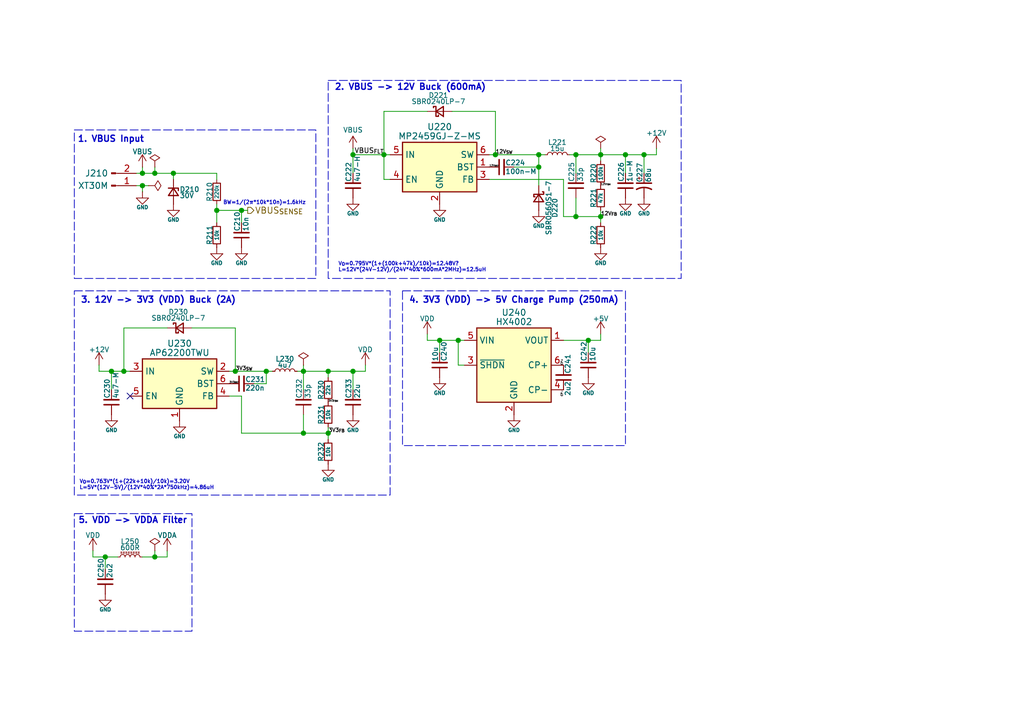
<source format=kicad_sch>
(kicad_sch (version 20250114) (generator "eeschema") (generator_version "9.0")
  (paper "A5")
  (lib_symbols
    (symbol "Bluesat:C_CompactH" (pin_numbers (hide yes)) (pin_names (offset 0.254) (hide yes))
      (property "Reference" "C" (at 0.762 0.889 0))
      (property "Value" "C_CompactH" (at -0.762 0.889 0))
      (symbol "C_CompactH_0_1"
        (polyline (pts (xy -0.508 -1.524) (xy -0.508 1.524)) (stroke (width 0.3048)))
        (polyline (pts (xy 0.508 -1.524) (xy 0.508 1.524)) (stroke (width 0.3302)))
      )
      (symbol "C_CompactH_1_1"
        (pin passive line (at -2.54 0 0) (length 2.032) (name "~") (number "1"))
        (pin passive line (at 2.54 0 180) (length 2.032) (name "~") (number "2"))
      )
    )
    (symbol "Bluesat:C_CompactV" (pin_numbers (hide yes)) (pin_names (offset 0.254) (hide yes))
      (property "Reference" "C" (at 0.889 0.762 90))
      (property "Value" "C_CompactV" (at -0.889 0.762 90))
      (symbol "C_CompactV_0_1"
        (polyline (pts (xy -1.524 0.508) (xy 1.524 0.508)) (stroke (width 0.3302)))
        (polyline (pts (xy -1.524 -0.508) (xy 1.524 -0.508)) (stroke (width 0.3048)))
      )
      (symbol "C_CompactV_1_1"
        (pin passive line (at 0 2.54 270) (length 2.032) (name "~") (number "2"))
        (pin passive line (at 0 -2.54 90) (length 2.032) (name "~") (number "1"))
      )
    )
    (symbol "Bluesat:MP2459GJ-Z-MS"
      (property "Reference" "U" (at -7.62 6.35 0))
      (property "Value" "MP2459GJ-Z-MS" (at 2.54 6.35 0))
      (symbol "MP2459GJ-Z-MS_0_1"
        (rectangle (start -7.62 5.08) (end 7.62 -5.08) (stroke (width 0.254)) (fill (type background)))
      )
      (symbol "MP2459GJ-Z-MS_1_1"
        (pin power_in line (at -10.16 2.54 0) (length 2.54) (name "IN") (number "5"))
        (pin passive line (at -10.16 -2.54 0) (length 2.54) (name "EN") (number "4"))
        (pin power_in line (at 0 -7.62 90) (length 2.54) (name "GND") (number "2"))
        (pin output line (at 10.16 2.54 180) (length 2.54) (name "SW") (number "6"))
        (pin passive line (at 10.16 0 180) (length 2.54) (name "BST") (number "1"))
        (pin input line (at 10.16 -2.54 180) (length 2.54) (name "FB") (number "3"))
      )
    )
    (symbol "Bluesat:R_CompactV" (pin_numbers (hide yes)) (pin_names (offset 0.254) (hide yes))
      (property "Reference" "R" (at -0.889 0 90))
      (property "Value" "R_CompactV" (at 0 0 90))
      (symbol "R_CompactV_0_1"
        (rectangle (start -0.762 1.778) (end 0.762 -1.778) (stroke (width 0.2032)))
      )
      (symbol "R_CompactV_1_1"
        (pin passive line (at 0 2.54 270) (length 0.762) (name "~") (number "1"))
        (pin passive line (at 0 -2.54 90) (length 0.762) (name "~") (number "2"))
      )
    )
    (symbol "C_CompactV_1" (pin_numbers (hide yes)) (pin_names (offset 0.254) (hide yes))
      (property "Reference" "C" (at -0.889 0.762 90))
      (property "Value" "C_CompactV" (at 0.889 0.762 90))
      (symbol "C_CompactV_1_0_1"
        (polyline (pts (xy 1.524 0.508) (xy -1.524 0.508)) (stroke (width 0.3302)))
        (polyline (pts (xy 1.524 -0.508) (xy -1.524 -0.508)) (stroke (width 0.3048)))
      )
      (symbol "C_CompactV_1_1_1"
        (pin passive line (at 0 2.54 270) (length 2.032) (name "~") (number "2"))
        (pin passive line (at 0 -2.54 90) (length 2.032) (name "~") (number "1"))
      )
    )
    (symbol "C_CompactV_2" (pin_numbers (hide yes)) (pin_names (offset 0.254) (hide yes))
      (property "Reference" "C" (at -0.889 0.762 90))
      (property "Value" "C_CompactV" (at 0.889 0.762 90))
      (symbol "C_CompactV_2_0_1"
        (polyline (pts (xy 1.524 0.508) (xy -1.524 0.508)) (stroke (width 0.3302)))
        (polyline (pts (xy 1.524 -0.508) (xy -1.524 -0.508)) (stroke (width 0.3048)))
      )
      (symbol "C_CompactV_2_1_1"
        (pin passive line (at 0 2.54 270) (length 2.032) (name "~") (number "2"))
        (pin passive line (at 0 -2.54 90) (length 2.032) (name "~") (number "1"))
      )
    )
    (symbol "Connector:Conn_01x02_Pin" (pin_names (offset 1.016) (hide yes))
      (property "Reference" "J" (at 0 2.54 0))
      (property "Value" "Conn_01x02_Pin" (at 0 -5.08 0))
      (symbol "Conn_01x02_Pin_1_1"
        (rectangle (start 0.8636 0.127) (end 0 -0.127) (stroke (width 0.1524)) (fill (type outline)))
        (rectangle (start 0.8636 -2.413) (end 0 -2.667) (stroke (width 0.1524)) (fill (type outline)))
        (polyline (pts (xy 1.27 0) (xy 0.8636 0)) (stroke (width 0.1524)))
        (polyline (pts (xy 1.27 -2.54) (xy 0.8636 -2.54)) (stroke (width 0.1524)))
        (pin passive line (at 5.08 0 180) (length 3.81) (name "Pin_1") (number "1"))
        (pin passive line (at 5.08 -2.54 180) (length 3.81) (name "Pin_2") (number "2"))
      )
    )
    (symbol "Device:C_Polarized_Small_US" (pin_numbers (hide yes)) (pin_names (offset 0.254) (hide yes))
      (property "Reference" "C" (at 0.254 1.778 0))
      (property "Value" "C_Polarized_Small_US" (at 0.254 -2.032 0))
      (symbol "C_Polarized_Small_US_0_1"
        (polyline (pts (xy -1.524 0.508) (xy 1.524 0.508)) (stroke (width 0.3048)))
        (polyline (pts (xy -1.27 1.524) (xy -0.762 1.524)))
        (polyline (pts (xy -1.016 1.27) (xy -1.016 1.778)))
        (arc (start -1.524 -0.762) (mid 0 -0.3734) (end 1.524 -0.762) (stroke (width 0.3048)))
      )
      (symbol "C_Polarized_Small_US_1_1"
        (pin passive line (at 0 2.54 270) (length 2.032) (name "~") (number "1"))
        (pin passive line (at 0 -2.54 90) (length 2.032) (name "~") (number "2"))
      )
    )
    (symbol "Device:D_Schottky_Small" (pin_numbers (hide yes)) (pin_names (offset 0.254) (hide yes))
      (property "Reference" "D" (at -1.27 2.032 0))
      (property "Value" "D_Schottky_Small" (at -7.112 -2.032 0))
      (symbol "D_Schottky_Small_0_1"
        (polyline (pts (xy -1.27 0.762) (xy -1.27 1.016) (xy -0.762 1.016) (xy -0.762 -1.016) (xy -0.254 -1.016) (xy -0.254 -0.762)) (stroke (width 0.254)))
        (polyline (pts (xy -0.762 0) (xy 0.762 0)))
        (polyline (pts (xy 0.762 -1.016) (xy -0.762 0) (xy 0.762 1.016) (xy 0.762 -1.016)) (stroke (width 0.254)))
      )
      (symbol "D_Schottky_Small_1_1"
        (pin passive line (at -2.54 0 0) (length 1.778) (name "K") (number "1"))
        (pin passive line (at 2.54 0 180) (length 1.778) (name "A") (number "2"))
      )
    )
    (symbol "Device:D_Zener_Small" (pin_numbers (hide yes)) (pin_names (offset 0.254) (hide yes))
      (property "Reference" "D" (at 0 2.286 0))
      (property "Value" "D_Zener_Small" (at 0 -2.286 0))
      (symbol "D_Zener_Small_0_1"
        (polyline (pts (xy -0.254 1.016) (xy -0.762 1.016) (xy -0.762 -1.016)) (stroke (width 0.254)))
        (polyline (pts (xy 0.762 1.016) (xy -0.762 0) (xy 0.762 -1.016) (xy 0.762 1.016)) (stroke (width 0.254)))
        (polyline (pts (xy 0.762 0) (xy -0.762 0)))
      )
      (symbol "D_Zener_Small_1_1"
        (pin passive line (at -2.54 0 0) (length 1.778) (name "K") (number "1"))
        (pin passive line (at 2.54 0 180) (length 1.778) (name "A") (number "2"))
      )
    )
    (symbol "Device:L_Ferrite_Small" (pin_numbers (hide yes)) (pin_names (offset 0.254) (hide yes))
      (property "Reference" "L" (at 1.27 1.016 0))
      (property "Value" "L_Ferrite_Small" (at 1.27 -1.27 0))
      (symbol "L_Ferrite_Small_0_1"
        (arc (start 0 2.032) (mid 0.5058 1.524) (end 0 1.016))
        (arc (start 0 1.016) (mid 0.5058 0.508) (end 0 0))
        (arc (start 0 0) (mid 0.5058 -0.508) (end 0 -1.016))
        (arc (start 0 -1.016) (mid 0.5058 -1.524) (end 0 -2.032))
        (polyline (pts (xy 0.762 1.651) (xy 0.762 1.905)))
        (polyline (pts (xy 0.762 1.143) (xy 0.762 1.397)))
        (polyline (pts (xy 0.762 0.635) (xy 0.762 0.889)))
        (polyline (pts (xy 0.762 0.127) (xy 0.762 0.381)))
        (polyline (pts (xy 0.762 -0.381) (xy 0.762 -0.127)))
        (polyline (pts (xy 0.762 -0.889) (xy 0.762 -0.635)))
        (polyline (pts (xy 0.762 -1.397) (xy 0.762 -1.143)))
        (polyline (pts (xy 0.762 -1.905) (xy 0.762 -1.651)))
        (polyline (pts (xy 1.016 1.905) (xy 1.016 1.651)))
        (polyline (pts (xy 1.016 1.397) (xy 1.016 1.143)))
        (polyline (pts (xy 1.016 0.889) (xy 1.016 0.635)))
        (polyline (pts (xy 1.016 0.381) (xy 1.016 0.127)))
        (polyline (pts (xy 1.016 -0.127) (xy 1.016 -0.381)))
        (polyline (pts (xy 1.016 -0.635) (xy 1.016 -0.889)))
        (polyline (pts (xy 1.016 -1.143) (xy 1.016 -1.397)))
        (polyline (pts (xy 1.016 -1.651) (xy 1.016 -1.905)))
      )
      (symbol "L_Ferrite_Small_1_1"
        (pin passive line (at 0 2.54 270) (length 0.508) (name "~") (number "1"))
        (pin passive line (at 0 -2.54 90) (length 0.508) (name "~") (number "2"))
      )
    )
    (symbol "Device:L_Small" (pin_numbers (hide yes)) (pin_names (offset 0.254) (hide yes))
      (property "Reference" "L" (at 0.762 1.016 0))
      (property "Value" "L_Small" (at 0.762 -1.016 0))
      (symbol "L_Small_0_1"
        (arc (start 0 2.032) (mid 0.5058 1.524) (end 0 1.016))
        (arc (start 0 1.016) (mid 0.5058 0.508) (end 0 0))
        (arc (start 0 0) (mid 0.5058 -0.508) (end 0 -1.016))
        (arc (start 0 -1.016) (mid 0.5058 -1.524) (end 0 -2.032))
      )
      (symbol "L_Small_1_1"
        (pin passive line (at 0 2.54 270) (length 0.508) (name "~") (number "1"))
        (pin passive line (at 0 -2.54 90) (length 0.508) (name "~") (number "2"))
      )
    )
    (symbol "Regulator_SwitchedCapacitor:LTC1754"
      (property "Reference" "U" (at -7.62 10.16 0))
      (property "Value" "LTC1754" (at 5.08 10.16 0))
      (symbol "LTC1754_0_1"
        (rectangle (start -7.62 7.62) (end 7.62 -7.62) (stroke (width 0.254)) (fill (type background)))
      )
      (symbol "LTC1754_1_1"
        (pin power_in line (at -10.16 5.08 0) (length 2.54) (name "VIN") (number "5"))
        (pin input line (at -10.16 0 0) (length 2.54) (name "~{SHDN}") (number "3"))
        (pin power_in line (at 0 -10.16 90) (length 2.54) (name "GND") (number "2"))
        (pin power_out line (at 10.16 5.08 180) (length 2.54) (name "VOUT") (number "1"))
        (pin passive line (at 10.16 0 180) (length 2.54) (name "CP+") (number "6"))
        (pin passive line (at 10.16 -5.08 180) (length 2.54) (name "CP-") (number "4"))
      )
    )
    (symbol "Regulator_Switching:AP62300WU"
      (property "Reference" "U" (at -7.62 6.35 0))
      (property "Value" "AP62300WU" (at 2.54 6.35 0))
      (symbol "AP62300WU_0_1"
        (rectangle (start -7.62 5.08) (end 7.62 -5.08) (stroke (width 0.254)) (fill (type background)))
      )
      (symbol "AP62300WU_1_1"
        (pin power_in line (at -10.16 2.54 0) (length 2.54) (name "IN") (number "3"))
        (pin passive line (at -10.16 -2.54 0) (length 2.54) (name "EN") (number "5"))
        (pin power_in line (at 0 -7.62 90) (length 2.54) (name "GND") (number "1"))
        (pin output line (at 10.16 2.54 180) (length 2.54) (name "SW") (number "2"))
        (pin passive line (at 10.16 0 180) (length 2.54) (name "BST") (number "6"))
        (pin input line (at 10.16 -2.54 180) (length 2.54) (name "FB") (number "4"))
      )
    )
    (symbol "power:+12V" (power) (pin_numbers (hide yes)) (pin_names (offset 0) (hide yes))
      (property "Value" "+12V" (at 0 3.556 0))
      (symbol "+12V_0_1"
        (polyline (pts (xy -0.762 1.27) (xy 0 2.54)))
        (polyline (pts (xy 0 2.54) (xy 0.762 1.27)))
        (polyline (pts (xy 0 0) (xy 0 2.54)))
      )
      (symbol "+12V_1_1"
        (pin power_in line (at 0 0 90) (length 0) (name "~") (number "1"))
      )
    )
    (symbol "power:+5V" (power) (pin_numbers (hide yes)) (pin_names (offset 0) (hide yes))
      (property "Value" "+5V" (at 0 3.556 0))
      (symbol "+5V_0_1"
        (polyline (pts (xy -0.762 1.27) (xy 0 2.54)))
        (polyline (pts (xy 0 2.54) (xy 0.762 1.27)))
        (polyline (pts (xy 0 0) (xy 0 2.54)))
      )
      (symbol "+5V_1_1"
        (pin power_in line (at 0 0 90) (length 0) (name "~") (number "1"))
      )
    )
    (symbol "power:GND" (power) (pin_numbers (hide yes)) (pin_names (offset 0) (hide yes))
      (property "Value" "GND" (at 0 -3.81 0))
      (symbol "GND_0_1"
        (polyline (pts (xy 0 0) (xy 0 -1.27) (xy 1.27 -1.27) (xy 0 -2.54) (xy -1.27 -1.27) (xy 0 -1.27)))
      )
      (symbol "GND_1_1"
        (pin power_in line (at 0 0 270) (length 0) (name "~") (number "1"))
      )
    )
    (symbol "power:PWR_FLAG" (power) (pin_numbers (hide yes)) (pin_names (offset 0) (hide yes))
      (property "Value" "PWR_FLAG" (at 0 3.81 0))
      (symbol "PWR_FLAG_0_0"
        (pin power_out line (at 0 0 90) (length 0) (name "~") (number "1"))
      )
      (symbol "PWR_FLAG_0_1"
        (polyline (pts (xy 0 0) (xy 0 1.27) (xy -1.016 1.905) (xy 0 2.54) (xy 1.016 1.905) (xy 0 1.27)))
      )
    )
    (symbol "power:VBUS" (power) (pin_numbers (hide yes)) (pin_names (offset 0) (hide yes))
      (property "Value" "VBUS" (at 0 3.556 0))
      (symbol "VBUS_0_1"
        (polyline (pts (xy -0.762 1.27) (xy 0 2.54)))
        (polyline (pts (xy 0 2.54) (xy 0.762 1.27)))
        (polyline (pts (xy 0 0) (xy 0 2.54)))
      )
      (symbol "VBUS_1_1"
        (pin power_in line (at 0 0 90) (length 0) (name "~") (number "1"))
      )
    )
    (symbol "power:VDD" (power) (pin_numbers (hide yes)) (pin_names (offset 0) (hide yes))
      (property "Value" "VDD" (at 0 3.556 0))
      (symbol "VDD_0_1"
        (polyline (pts (xy -0.762 1.27) (xy 0 2.54)))
        (polyline (pts (xy 0 2.54) (xy 0.762 1.27)))
        (polyline (pts (xy 0 0) (xy 0 2.54)))
      )
      (symbol "VDD_1_1"
        (pin power_in line (at 0 0 90) (length 0) (name "~") (number "1"))
      )
    )
    (symbol "power:VDDA" (power) (pin_numbers (hide yes)) (pin_names (offset 0) (hide yes))
      (property "Value" "VDDA" (at 0 3.556 0))
      (symbol "VDDA_0_1"
        (polyline (pts (xy -0.762 1.27) (xy 0 2.54)))
        (polyline (pts (xy 0 2.54) (xy 0.762 1.27)))
        (polyline (pts (xy 0 0) (xy 0 2.54)))
      )
      (symbol "VDDA_1_1"
        (pin power_in line (at 0 0 90) (length 0) (name "~") (number "1"))
      )
    )
  )
  (rectangle (start 82.55 59.69) (end 128.27 91.44) (stroke (width 0) (type dash)))
  (rectangle (start 15.24 26.67) (end 64.77 57.15) (stroke (width 0) (type dash)))
  (rectangle (start 15.24 59.69) (end 80.01 101.6) (stroke (width 0) (type dash)))
  (rectangle (start 67.31 16.51) (end 139.7 57.15) (stroke (width 0) (type dash)))
  (rectangle (start 15.24 105.41) (end 39.37 129.54) (stroke (width 0) (type dash)))
  (text "2. VBUS -> 12V Buck (600mA)" (at 68.58 17.272 0) (effects (font (size 1.27 1.27) (thickness 0.254) (bold yes)) (justify left top)))
  (text "V_{O}=0.795V*(1+(100k+47k)/10k)=12.48V\r\nL=12V*(24V-12V)/(24V*40%*600mA*2MHz)=12.5uH" (at 69.342 53.848 0) (effects (font (size 0.762 0.762)) (justify left top)))
  (text "4. 3V3 (VDD) -> 5V Charge Pump (250mA)" (at 83.82 60.96 0) (effects (font (size 1.27 1.27) (thickness 0.254) (bold yes)) (justify left top)))
  (text "1. VBUS Input" (at 15.875 27.94 0) (effects (font (size 1.27 1.27) (thickness 0.254) (bold yes)) (justify left top)))
  (text "BW=1/(2π*10k*10n)=1.6kHz" (at 45.72 41.275 0) (effects (font (size 0.762 0.762)) (justify left top)))
  (text "V_{O}=0.763V*(1+(22k+10k)/10k)=3.20V\nL=5V*(12V-5V)/(12V*40%*2A*750kHz)=4.86uH" (at 16.256 98.552 0) (effects (font (size 0.762 0.762)) (justify left top)))
  (text "3. 12V -> 3V3 (VDD) Buck (2A)" (at 16.51 60.96 0) (effects (font (size 1.27 1.27) (thickness 0.254) (bold yes)) (justify left top)))
  (text "5. VDD -> VDDA Filter" (at 16.002 106.172 0) (effects (font (size 1.27 1.27) (thickness 0.254) (bold yes)) (justify left top)))
  (junction (at 54.61 76.2))
  (junction (at 101.6 31.75))
  (junction (at 29.21 38.1))
  (junction (at 67.31 76.2))
  (junction (at 132.08 31.75))
  (junction (at 31.75 35.56))
  (junction (at 29.21 35.56))
  (junction (at 123.19 44.45))
  (junction (at 62.23 76.2))
  (junction (at 72.39 31.75))
  (junction (at 25.4 76.2))
  (junction (at 128.27 31.75))
  (junction (at 78.74 31.75))
  (junction (at 120.65 69.85))
  (junction (at 93.98 69.85))
  (junction (at 118.11 44.45))
  (junction (at 72.39 76.2))
  (junction (at 90.17 69.85))
  (junction (at 110.49 31.75))
  (junction (at 123.19 31.75))
  (junction (at 49.53 43.18))
  (junction (at 48.26 76.2))
  (junction (at 21.59 114.3))
  (junction (at 62.23 88.9))
  (junction (at 44.45 43.18))
  (junction (at 31.75 114.3))
  (junction (at 67.31 88.9))
  (junction (at 110.49 34.29))
  (junction (at 118.11 31.75))
  (junction (at 35.56 35.56))
  (junction (at 22.86 76.2))
  (no_connect (at 26.67 81.28))
  (wire (pts (xy 31.75 113.03) (xy 31.75 114.3)))
  (wire (pts (xy 105.41 34.29) (xy 110.49 34.29)))
  (wire (pts (xy 93.98 69.85) (xy 95.25 69.85)))
  (wire (pts (xy 110.49 34.29) (xy 110.49 38.1)))
  (wire (pts (xy 62.23 88.9) (xy 67.31 88.9)))
  (wire (pts (xy 67.31 77.47) (xy 67.31 76.2)))
  (wire (pts (xy 67.31 87.63) (xy 67.31 88.9)))
  (wire (pts (xy 72.39 31.75) (xy 78.74 31.75)))
  (wire (pts (xy 67.31 88.9) (xy 67.31 90.17)))
  (wire (pts (xy 35.56 35.56) (xy 35.56 36.83)))
  (wire (pts (xy 29.21 34.29) (xy 29.21 35.56)))
  (wire (pts (xy 25.4 67.31) (xy 25.4 76.2)))
  (wire (pts (xy 115.57 44.45) (xy 118.11 44.45)))
  (wire (pts (xy 123.19 31.75) (xy 128.27 31.75)))
  (wire (pts (xy 132.08 35.56) (xy 132.08 31.75)))
  (wire (pts (xy 52.07 78.74) (xy 54.61 78.74)))
  (wire (pts (xy 48.26 76.2) (xy 54.61 76.2)))
  (wire (pts (xy 19.05 114.3) (xy 21.59 114.3)))
  (wire (pts (xy 54.61 76.2) (xy 55.88 76.2)))
  (wire (pts (xy 132.08 31.75) (xy 134.62 31.75)))
  (wire (pts (xy 49.53 43.18) (xy 49.53 45.72)))
  (wire (pts (xy 78.74 22.86) (xy 87.63 22.86)))
  (wire (pts (xy 22.86 76.2) (xy 22.86 80.01)))
  (wire (pts (xy 54.61 76.2) (xy 54.61 78.74)))
  (wire (pts (xy 67.31 76.2) (xy 72.39 76.2)))
  (wire (pts (xy 22.86 76.2) (xy 25.4 76.2)))
  (wire (pts (xy 128.27 31.75) (xy 128.27 35.56)))
  (wire (pts (xy 123.19 33.02) (xy 123.19 31.75)))
  (wire (pts (xy 62.23 88.9) (xy 49.53 88.9)))
  (wire (pts (xy 120.65 69.85) (xy 123.19 69.85)))
  (wire (pts (xy 21.59 114.3) (xy 21.59 116.84)))
  (wire (pts (xy 78.74 31.75) (xy 78.74 36.83)))
  (wire (pts (xy 78.74 36.83) (xy 80.01 36.83)))
  (wire (pts (xy 35.56 35.56) (xy 44.45 35.56)))
  (wire (pts (xy 118.11 44.45) (xy 123.19 44.45)))
  (wire (pts (xy 95.25 74.93) (xy 93.98 74.93)))
  (wire (pts (xy 74.93 76.2) (xy 74.93 74.93)))
  (wire (pts (xy 72.39 80.01) (xy 72.39 76.2)))
  (wire (pts (xy 19.05 114.3) (xy 19.05 113.03)))
  (wire (pts (xy 62.23 76.2) (xy 62.23 80.01)))
  (wire (pts (xy 62.23 74.93) (xy 62.23 76.2)))
  (wire (pts (xy 120.65 69.85) (xy 120.65 72.39)))
  (wire (pts (xy 115.57 36.83) (xy 115.57 44.45)))
  (wire (pts (xy 31.75 34.29) (xy 31.75 35.56)))
  (wire (pts (xy 123.19 44.45) (xy 123.19 45.72)))
  (wire (pts (xy 115.57 69.85) (xy 120.65 69.85)))
  (wire (pts (xy 118.11 31.75) (xy 123.19 31.75)))
  (wire (pts (xy 118.11 40.64) (xy 118.11 44.45)))
  (wire (pts (xy 21.59 114.3) (xy 24.13 114.3)))
  (wire (pts (xy 72.39 76.2) (xy 74.93 76.2)))
  (wire (pts (xy 20.32 76.2) (xy 22.86 76.2)))
  (wire (pts (xy 46.99 76.2) (xy 48.26 76.2)))
  (wire (pts (xy 29.21 38.1) (xy 30.48 38.1)))
  (wire (pts (xy 62.23 76.2) (xy 67.31 76.2)))
  (wire (pts (xy 90.17 69.85) (xy 93.98 69.85)))
  (wire (pts (xy 78.74 31.75) (xy 80.01 31.75)))
  (wire (pts (xy 44.45 41.91) (xy 44.45 43.18)))
  (wire (pts (xy 100.33 36.83) (xy 115.57 36.83)))
  (wire (pts (xy 29.21 114.3) (xy 31.75 114.3)))
  (wire (pts (xy 48.26 67.31) (xy 48.26 76.2)))
  (wire (pts (xy 92.71 22.86) (xy 101.6 22.86)))
  (wire (pts (xy 29.21 35.56) (xy 31.75 35.56)))
  (wire (pts (xy 49.53 88.9) (xy 49.53 81.28)))
  (wire (pts (xy 62.23 76.2) (xy 60.96 76.2)))
  (wire (pts (xy 87.63 69.85) (xy 87.63 68.58)))
  (wire (pts (xy 31.75 35.56) (xy 35.56 35.56)))
  (wire (pts (xy 101.6 31.75) (xy 100.33 31.75)))
  (wire (pts (xy 62.23 85.09) (xy 62.23 88.9)))
  (wire (pts (xy 123.19 43.18) (xy 123.19 44.45)))
  (wire (pts (xy 116.84 31.75) (xy 118.11 31.75)))
  (wire (pts (xy 27.94 35.56) (xy 29.21 35.56)))
  (wire (pts (xy 44.45 36.83) (xy 44.45 35.56)))
  (wire (pts (xy 29.21 38.1) (xy 29.21 39.37)))
  (wire (pts (xy 110.49 31.75) (xy 111.76 31.75)))
  (wire (pts (xy 93.98 74.93) (xy 93.98 69.85)))
  (wire (pts (xy 34.29 114.3) (xy 34.29 113.03)))
  (wire (pts (xy 118.11 31.75) (xy 118.11 35.56)))
  (wire (pts (xy 87.63 69.85) (xy 90.17 69.85)))
  (wire (pts (xy 90.17 69.85) (xy 90.17 72.39)))
  (wire (pts (xy 78.74 22.86) (xy 78.74 31.75)))
  (wire (pts (xy 39.37 67.31) (xy 48.26 67.31)))
  (wire (pts (xy 49.53 81.28) (xy 46.99 81.28)))
  (wire (pts (xy 101.6 22.86) (xy 101.6 31.75)))
  (wire (pts (xy 44.45 43.18) (xy 44.45 45.72)))
  (wire (pts (xy 123.19 30.48) (xy 123.19 31.75)))
  (wire (pts (xy 44.45 43.18) (xy 49.53 43.18)))
  (wire (pts (xy 25.4 76.2) (xy 26.67 76.2)))
  (wire (pts (xy 123.19 68.58) (xy 123.19 69.85)))
  (wire (pts (xy 49.53 43.18) (xy 50.8 43.18)))
  (wire (pts (xy 101.6 31.75) (xy 110.49 31.75)))
  (wire (pts (xy 110.49 31.75) (xy 110.49 34.29)))
  (wire (pts (xy 72.39 31.75) (xy 72.39 35.56)))
  (wire (pts (xy 20.32 76.2) (xy 20.32 74.93)))
  (wire (pts (xy 134.62 31.75) (xy 134.62 30.48)))
  (wire (pts (xy 128.27 31.75) (xy 132.08 31.75)))
  (wire (pts (xy 72.39 31.75) (xy 72.39 30.48)))
  (wire (pts (xy 31.75 114.3) (xy 34.29 114.3)))
  (wire (pts (xy 25.4 67.31) (xy 34.29 67.31)))
  (wire (pts (xy 27.94 38.1) (xy 29.21 38.1)))
  (label "12V_{BST}" (at 100.33 34.29 0) (effects (font (size 0.381 0.381))))
  (label "3V3_{SW}" (at 48.26 76.2 0) (effects (font (size 0.762 0.762))))
  (label "3V3_{FBM}" (at 67.31 82.55 0) (effects (font (size 0.381 0.381))))
  (label "VBUS_{FLT}" (at 78.74 31.75 180) (effects (font (size 1.016 1.016))))
  (label "12V_{FB}" (at 123.19 44.45 0) (effects (font (size 0.762 0.762))))
  (label "12V_{FBM}" (at 123.19 38.1 0) (effects (font (size 0.381 0.381))))
  (label "3V3_{BST}" (at 46.99 78.74 0) (effects (font (size 0.381 0.381))))
  (label "12V_{SW}" (at 101.6 31.75 0) (effects (font (size 0.762 0.762))))
  (label "CP+" (at 115.57 74.93 90) (effects (font (size 0.381 0.381))))
  (label "3V3_{FB}" (at 67.31 88.9 0) (effects (font (size 0.762 0.762))))
  (label "CP-" (at 115.57 80.01 270) (effects (font (size 0.381 0.381))))
  (hierarchical_label "VBUS_{SENSE}" (shape output) (at 50.8 43.18 0))
  (symbol (lib_id "power:GND") (at 29.21 39.37 0) (unit 1)
    (property "Reference" "#PWR0202" (effects (hide yes)))
    (property "Value" "GND" (at 29.21 42.545 0) (effects (font (size 0.762 0.762))))
    (property "Description" "Power symbol creates a global label with name \"GND\" , ground" (effects (hide yes)))
  )
  (symbol (lib_id "power:GND") (at 123.19 50.8 0) (unit 1)
    (property "Reference" "#PWR0210" (effects (hide yes)))
    (property "Value" "GND" (at 123.19 53.975 0) (effects (font (size 0.762 0.762))))
    (property "Description" "Power symbol creates a global label with name \"GND\" , ground" (effects (hide yes)))
  )
  (symbol (lib_id "Bluesat:R_CompactV") (at 123.19 35.56 0) (unit 1)
    (property "Reference" "R220" (at 122.301 35.56 90) (effects (font (size 1.016 1.016)) (justify bottom)))
    (property "Value" "100k" (at 123.19 35.56 90) (effects (font (size 0.762 0.762))))
    (property "Footprint" "Resistor_SMD:R_0402_1005Metric" (effects (hide yes)))
    (property "Description" "Resistor, compact symbol" (effects (hide yes)))
  )
  (symbol (lib_id "Bluesat:C_CompactV") (at 102.87 34.29 270) (mirror x) (unit 1)
    (property "Reference" "C224" (at 103.632 33.401 90) (effects (font (size 1.016 1.016)) (justify left)))
    (property "Value" "100n-M" (at 103.632 35.179 90) (effects (font (size 1.016 1.016)) (justify left)))
    (property "Footprint" "Capacitor_SMD:C_0402_1005Metric" (effects (hide yes)))
    (property "Description" "Unpolarized capacitor, compact symbol" (effects (hide yes)))
  )
  (symbol (lib_name "C_CompactV_2") (lib_id "Bluesat:C_CompactV") (at 128.27 38.1 0) (unit 1)
    (property "Reference" "C226" (at 127.381 37.338 90) (effects (font (size 1.016 1.016)) (justify left)))
    (property "Value" "1u-M" (at 129.159 37.338 90) (effects (font (size 1.016 1.016)) (justify left)))
    (property "Footprint" "Capacitor_SMD:C_0805_2012Metric" (effects (hide yes)))
    (property "Description" "Unpolarized capacitor, compact symbol" (effects (hide yes)))
  )
  (symbol (lib_id "Bluesat:C_CompactV") (at 49.53 48.26 0) (mirror y) (unit 1)
    (property "Reference" "C210" (at 48.641 47.498 90) (effects (font (size 1.016 1.016)) (justify left)))
    (property "Value" "10n" (at 50.419 47.498 90) (effects (font (size 1.016 1.016)) (justify left)))
    (property "Footprint" "Capacitor_SMD:C_0402_1005Metric" (effects (hide yes)))
    (property "Description" "Unpolarized capacitor, compact symbol" (effects (hide yes)))
  )
  (symbol (lib_id "power:GND") (at 44.45 50.8 0) (unit 1)
    (property "Reference" "#PWR0204" (effects (hide yes)))
    (property "Value" "GND" (at 44.45 53.975 0) (effects (font (size 0.762 0.762))))
    (property "Description" "Power symbol creates a global label with name \"GND\" , ground" (effects (hide yes)))
  )
  (symbol (lib_id "Device:L_Small") (at 58.42 76.2 90) (unit 1)
    (property "Reference" "L230" (at 58.42 73.66 90) (effects (font (size 1.016 1.016))))
    (property "Value" "4u7" (at 58.42 74.93 90) (effects (font (size 1.016 1.016))))
    (property "Footprint" "Inductor_SMD:L_Changjiang_FNR4020S" (effects (hide yes)))
    (property "Description" "Inductor, small symbol" (effects (hide yes)))
  )
  (symbol (lib_id "power:GND") (at 67.31 95.25 0) (unit 1)
    (property "Reference" "#PWR0216" (effects (hide yes)))
    (property "Value" "GND" (at 67.31 98.425 0) (effects (font (size 0.762 0.762))))
    (property "Description" "Power symbol creates a global label with name \"GND\" , ground" (effects (hide yes)))
  )
  (symbol (lib_id "power:GND") (at 132.08 40.64 0) (unit 1)
    (property "Reference" "#PWR0211" (effects (hide yes)))
    (property "Value" "GND" (at 132.08 43.815 0) (effects (font (size 0.762 0.762))))
    (property "Description" "Power symbol creates a global label with name \"GND\" , ground" (effects (hide yes)))
  )
  (symbol (lib_id "Bluesat:R_CompactV") (at 67.31 92.71 0) (unit 1)
    (property "Reference" "R232" (at 66.421 92.71 90) (effects (font (size 1.016 1.016)) (justify bottom)))
    (property "Value" "10k" (at 67.31 92.71 90) (effects (font (size 0.762 0.762))))
    (property "Footprint" "Resistor_SMD:R_0402_1005Metric" (effects (hide yes)))
    (property "Description" "Resistor, compact symbol" (effects (hide yes)))
  )
  (symbol (lib_id "power:GND") (at 21.59 121.92 0) (unit 1)
    (property "Reference" "#PWR0225" (effects (hide yes)))
    (property "Value" "GND" (at 21.59 125.095 0) (effects (font (size 0.762 0.762))))
    (property "Description" "Power symbol creates a global label with name \"GND\" , ground" (effects (hide yes)))
  )
  (symbol (lib_id "Regulator_SwitchedCapacitor:LTC1754") (at 105.41 74.93 0) (unit 1)
    (property "Reference" "U240" (at 105.41 64.135 0))
    (property "Value" "HX4002" (at 105.41 66.04 0))
    (property "Footprint" "Package_TO_SOT_SMD:SOT-23-6" (effects (hide yes)))
    (property "Datasheet" "https://www.analog.com/media/en/technical-documentation/data-sheets/175435f.pdf" (effects (hide yes)))
    (property "Description" "40mA charge-pump, SOT-23-6" (effects (hide yes)))
  )
  (symbol (lib_id "power:VDD") (at 74.93 74.93 0) (unit 1)
    (property "Reference" "#PWR0223" (effects (hide yes)))
    (property "Value" "VDD" (at 74.93 71.755 0) (effects (font (size 1.016 1.016))))
    (property "Description" "Power symbol creates a global label with name \"VDD\"" (effects (hide yes)))
  )
  (symbol (lib_id "power:GND") (at 72.39 40.64 0) (unit 1)
    (property "Reference" "#PWR0229" (effects (hide yes)))
    (property "Value" "GND" (at 72.39 43.815 0) (effects (font (size 0.762 0.762))))
    (property "Description" "Power symbol creates a global label with name \"GND\" , ground" (effects (hide yes)))
  )
  (symbol (lib_id "power:GND") (at 128.27 40.64 0) (unit 1)
    (property "Reference" "#PWR0231" (effects (hide yes)))
    (property "Value" "GND" (at 128.27 43.815 0) (effects (font (size 0.762 0.762))))
    (property "Description" "Power symbol creates a global label with name \"GND\" , ground" (effects (hide yes)))
  )
  (symbol (lib_id "power:GND") (at 90.17 41.91 0) (unit 1)
    (property "Reference" "#PWR0208" (effects (hide yes)))
    (property "Value" "GND" (at 90.17 45.085 0) (effects (font (size 0.762 0.762))))
    (property "Description" "Power symbol creates a global label with name \"GND\" , ground" (effects (hide yes)))
  )
  (symbol (lib_id "Bluesat:R_CompactV") (at 67.31 80.01 0) (unit 1)
    (property "Reference" "R230" (at 66.421 80.01 90) (effects (font (size 1.016 1.016)) (justify bottom)))
    (property "Value" "22k" (at 67.31 80.01 90) (effects (font (size 0.762 0.762))))
    (property "Footprint" "Resistor_SMD:R_0402_1005Metric" (effects (hide yes)))
    (property "Description" "Resistor, compact symbol" (effects (hide yes)))
  )
  (symbol (lib_id "power:PWR_FLAG") (at 31.75 34.29 0) (unit 1)
    (property "Reference" "#FLG0201" (effects (hide yes)))
    (property "Value" "PWR_FLAG" (effects (hide yes)))
    (property "Description" "Special symbol for telling ERC where power comes from" (effects (hide yes)))
  )
  (symbol (lib_id "Bluesat:R_CompactV") (at 44.45 48.26 0) (unit 1)
    (property "Reference" "R211" (at 43.561 48.26 90) (effects (font (size 1.016 1.016)) (justify bottom)))
    (property "Value" "10k" (at 44.45 48.26 90) (effects (font (size 0.762 0.762))))
    (property "Footprint" "Resistor_SMD:R_0402_1005Metric" (effects (hide yes)))
    (property "Description" "Resistor, compact symbol" (effects (hide yes)))
  )
  (symbol (lib_id "Device:D_Schottky_Small") (at 36.83 67.31 0) (unit 1)
    (property "Reference" "D230" (at 36.576 64.008 0) (effects (font (size 1.016 1.016))))
    (property "Value" "SBR0240LP-7" (at 36.576 65.278 0) (effects (font (size 1.016 1.016))))
    (property "Footprint" "Diode_SMD:D_SOD-882" (effects (hide yes)))
    (property "Description" "Schottky diode, small symbol" (effects (hide yes)))
  )
  (symbol (lib_id "power:GND") (at 120.65 77.47 0) (unit 1)
    (property "Reference" "#PWR0222" (effects (hide yes)))
    (property "Value" "GND" (at 120.65 80.645 0) (effects (font (size 0.762 0.762))))
    (property "Description" "Power symbol creates a global label with name \"GND\" , ground" (effects (hide yes)))
  )
  (symbol (lib_id "Bluesat:C_CompactV") (at 72.39 82.55 0) (mirror y) (unit 1)
    (property "Reference" "C233" (at 71.501 81.788 90) (effects (font (size 1.016 1.016)) (justify left)))
    (property "Value" "22u" (at 73.279 81.788 90) (effects (font (size 1.016 1.016)) (justify left)))
    (property "Footprint" "Capacitor_SMD:C_1210_3225Metric" (effects (hide yes)))
    (property "Description" "Unpolarized capacitor, compact symbol" (effects (hide yes)))
  )
  (symbol (lib_id "power:+12V") (at 20.32 74.93 0) (unit 1)
    (property "Reference" "#PWR0213" (effects (hide yes)))
    (property "Value" "+12V" (at 20.32 71.755 0) (effects (font (size 1.016 1.016))))
    (property "Description" "Power symbol creates a global label with name \"+12V\"" (effects (hide yes)))
  )
  (symbol (lib_id "Device:D_Zener_Small") (at 35.56 39.37 270) (unit 1)
    (property "Reference" "D210" (at 36.83 38.862 90) (effects (font (size 1.016 1.016)) (justify left)))
    (property "Value" "30V" (at 36.83 40.132 90) (effects (font (size 1.016 1.016)) (justify left)))
    (property "Footprint" "Diode_SMD:D_SOD-123F" (effects (hide yes)))
    (property "Description" "Zener diode, small symbol" (effects (hide yes)))
  )
  (symbol (lib_id "power:+5V") (at 123.19 68.58 0) (unit 1)
    (property "Reference" "#PWR0220" (effects (hide yes)))
    (property "Value" "+5V" (at 123.19 65.405 0) (effects (font (size 1.016 1.016))))
    (property "Description" "Power symbol creates a global label with name \"+5V\"" (effects (hide yes)))
  )
  (symbol (lib_id "Bluesat:C_CompactV") (at 49.53 78.74 270) (mirror x) (unit 1)
    (property "Reference" "C231" (at 50.292 77.851 90) (effects (font (size 1.016 1.016)) (justify left)))
    (property "Value" "220n" (at 50.292 79.629 90) (effects (font (size 1.016 1.016)) (justify left)))
    (property "Footprint" "Capacitor_SMD:C_0402_1005Metric" (effects (hide yes)))
    (property "Description" "Unpolarized capacitor, compact symbol" (effects (hide yes)))
  )
  (symbol (lib_id "Bluesat:R_CompactV") (at 123.19 40.64 0) (unit 1)
    (property "Reference" "R221" (at 122.301 40.64 90) (effects (font (size 1.016 1.016)) (justify bottom)))
    (property "Value" "47k" (at 123.19 40.64 90) (effects (font (size 0.762 0.762))))
    (property "Footprint" "Resistor_SMD:R_0402_1005Metric" (effects (hide yes)))
    (property "Description" "Resistor, compact symbol" (effects (hide yes)))
  )
  (symbol (lib_id "power:VDDA") (at 34.29 113.03 0) (unit 1)
    (property "Reference" "#PWR0207" (effects (hide yes)))
    (property "Value" "VDDA" (at 34.29 109.855 0) (effects (font (size 1.016 1.016))))
    (property "Description" "Power symbol creates a global label with name \"VDDA\"" (effects (hide yes)))
  )
  (symbol (lib_id "Bluesat:R_CompactV") (at 67.31 85.09 0) (unit 1)
    (property "Reference" "R231" (at 66.421 85.09 90) (effects (font (size 1.016 1.016)) (justify bottom)))
    (property "Value" "10k" (at 67.31 85.09 90) (effects (font (size 0.762 0.762))))
    (property "Footprint" "Resistor_SMD:R_0402_1005Metric" (effects (hide yes)))
    (property "Description" "Resistor, compact symbol" (effects (hide yes)))
  )
  (symbol (lib_id "power:PWR_FLAG") (at 31.75 113.03 0) (unit 1)
    (property "Reference" "#FLG0205" (effects (hide yes)))
    (property "Value" "PWR_FLAG" (effects (hide yes)))
    (property "Description" "Special symbol for telling ERC where power comes from" (effects (hide yes)))
  )
  (symbol (lib_id "power:VBUS") (at 72.39 30.48 0) (unit 1)
    (property "Reference" "#PWR0206" (effects (hide yes)))
    (property "Value" "VBUS" (at 72.39 26.67 0) (effects (font (size 1.016 1.016))))
    (property "Description" "Power symbol creates a global label with name \"VBUS\"" (effects (hide yes)))
  )
  (symbol (lib_id "power:VDD") (at 19.05 113.03 0) (unit 1)
    (property "Reference" "#PWR0214" (effects (hide yes)))
    (property "Value" "VDD" (at 19.05 109.855 0) (effects (font (size 1.016 1.016))))
    (property "Description" "Power symbol creates a global label with name \"VDD\"" (effects (hide yes)))
  )
  (symbol (lib_id "Bluesat:MP2459GJ-Z-MS") (at 90.17 34.29 0) (unit 1)
    (property "Reference" "U220" (at 90.17 26.035 0))
    (property "Value" "MP2459GJ-Z-MS" (at 90.17 27.94 0))
    (property "Footprint" "Package_TO_SOT_SMD:TSOT-23-6" (effects (hide yes)))
    (property "Datasheet" "https://www.lcsc.com/datasheet/lcsc_datasheet_2504101957_MSKSEMI-MP2459GJ-Z-MS_C45367195.pdf" (effects (hide yes)))
    (property "Description" "monolithic, step-down, switch mode converter with a built-in power MOSFET" (effects (hide yes)))
  )
  (symbol (lib_id "Regulator_Switching:AP62300WU") (at 36.83 78.74 0) (unit 1)
    (property "Reference" "U230" (at 36.83 70.485 0))
    (property "Value" "AP62200TWU" (at 36.83 72.39 0))
    (property "Footprint" "Package_TO_SOT_SMD:TSOT-23-6" (effects (hide yes)))
    (property "Datasheet" "https://www.diodes.com/assets/Datasheets/AP62300_AP62301_AP62300T.pdf" (effects (hide yes)))
    (property "Description" "3A, 750kHz Buck DC/DC Converter, PFM for light load efficiency, 4.2V-18V input voltage, 0.8V-7V adjustable output voltage, TSOT-23-6" (effects (hide yes)))
  )
  (symbol (lib_id "power:GND") (at 22.86 85.09 0) (unit 1)
    (property "Reference" "#PWR0234" (effects (hide yes)))
    (property "Value" "GND" (at 22.86 88.265 0) (effects (font (size 0.762 0.762))))
    (property "Description" "Power symbol creates a global label with name \"GND\" , ground" (effects (hide yes)))
  )
  (symbol (lib_id "power:PWR_FLAG") (at 62.23 74.93 0) (unit 1)
    (property "Reference" "#FLG0202" (effects (hide yes)))
    (property "Value" "PWR_FLAG" (effects (hide yes)))
    (property "Description" "Special symbol for telling ERC where power comes from" (effects (hide yes)))
  )
  (symbol (lib_id "power:GND") (at 36.83 86.36 0) (unit 1)
    (property "Reference" "#PWR0215" (effects (hide yes)))
    (property "Value" "GND" (at 36.83 89.535 0) (effects (font (size 0.762 0.762))))
    (property "Description" "Power symbol creates a global label with name \"GND\" , ground" (effects (hide yes)))
  )
  (symbol (lib_id "Bluesat:C_CompactV") (at 118.11 38.1 0) (mirror y) (unit 1)
    (property "Reference" "C225" (at 117.221 37.338 90) (effects (font (size 1.016 1.016)) (justify left)))
    (property "Value" "33p" (at 118.999 37.338 90) (effects (font (size 1.016 1.016)) (justify left)))
    (property "Footprint" "Capacitor_SMD:C_0402_1005Metric" (effects (hide yes)))
    (property "Description" "Unpolarized capacitor, compact symbol" (effects (hide yes)))
  )
  (symbol (lib_name "C_CompactV_2") (lib_id "Bluesat:C_CompactV") (at 72.39 38.1 0) (unit 1)
    (property "Reference" "C222" (at 71.501 37.338 90) (effects (font (size 1.016 1.016)) (justify left)))
    (property "Value" "4u7-H" (at 73.279 37.338 90) (effects (font (size 1.016 1.016)) (justify left)))
    (property "Footprint" "Capacitor_SMD:C_1210_3225Metric" (effects (hide yes)))
    (property "Description" "Unpolarized capacitor, compact symbol" (effects (hide yes)))
  )
  (symbol (lib_id "Bluesat:C_CompactV") (at 22.86 82.55 0) (mirror y) (unit 1)
    (property "Reference" "C230" (at 21.971 81.788 90) (effects (font (size 1.016 1.016)) (justify left)))
    (property "Value" "4u7-M" (at 23.749 81.788 90) (effects (font (size 1.016 1.016)) (justify left)))
    (property "Footprint" "Capacitor_SMD:C_1206_3216Metric" (effects (hide yes)))
    (property "Description" "Unpolarized capacitor, compact symbol" (effects (hide yes)))
  )
  (symbol (lib_id "power:+12V") (at 134.62 30.48 0) (unit 1)
    (property "Reference" "#PWR0218" (effects (hide yes)))
    (property "Value" "+12V" (at 134.62 27.305 0) (effects (font (size 1.016 1.016))))
    (property "Description" "Power symbol creates a global label with name \"+12V\"" (effects (hide yes)))
  )
  (symbol (lib_id "Device:L_Ferrite_Small") (at 26.67 114.3 90) (unit 1)
    (property "Reference" "L250" (at 26.67 111.125 90) (effects (font (size 1.016 1.016))))
    (property "Value" "600R" (at 26.67 112.395 90) (effects (font (size 1.016 1.016))))
    (property "Footprint" "Resistor_SMD:R_0402_1005Metric" (effects (hide yes)))
    (property "Description" "Inductor with ferrite core, small symbol" (effects (hide yes)))
  )
  (symbol (lib_id "power:PWR_FLAG") (at 123.19 30.48 0) (unit 1)
    (property "Reference" "#FLG0204" (effects (hide yes)))
    (property "Value" "PWR_FLAG" (effects (hide yes)))
    (property "Description" "Special symbol for telling ERC where power comes from" (effects (hide yes)))
  )
  (symbol (lib_name "C_CompactV_1") (lib_id "Bluesat:C_CompactV") (at 90.17 74.93 0) (mirror y) (unit 1)
    (property "Reference" "C240" (at 91.059 74.168 90) (effects (font (size 1.016 1.016)) (justify left)))
    (property "Value" "10u" (at 89.281 74.168 90) (effects (font (size 1.016 1.016)) (justify left)))
    (property "Footprint" "Capacitor_SMD:C_1206_3216Metric" (effects (hide yes)))
    (property "Description" "Unpolarized capacitor, compact symbol" (effects (hide yes)))
  )
  (symbol (lib_id "power:VBUS") (at 29.21 34.29 0) (unit 1)
    (property "Reference" "#PWR0201" (effects (hide yes)))
    (property "Value" "VBUS" (at 29.21 31.115 0) (effects (font (size 1.016 1.016))))
    (property "Description" "Power symbol creates a global label with name \"VBUS\"" (effects (hide yes)))
  )
  (symbol (lib_id "Connector:Conn_01x02_Pin") (at 22.86 38.1 0) (mirror x) (unit 1)
    (property "Reference" "J210" (at 22.225 35.56 0) (effects (justify right)))
    (property "Value" "XT30M" (at 22.225 38.1 0) (effects (justify right)))
    (property "Footprint" "Connector_AMASS:AMASS_XT30PW-M_1x02_P2.50mm_Horizontal" (effects (hide yes)))
    (property "Description" "Generic connector, single row, 01x02, script generated" (effects (hide yes)))
  )
  (symbol (lib_id "power:GND") (at 90.17 77.47 0) (unit 1)
    (property "Reference" "#PWR0235" (effects (hide yes)))
    (property "Value" "GND" (at 90.17 80.645 0) (effects (font (size 0.762 0.762))))
    (property "Description" "Power symbol creates a global label with name \"GND\" , ground" (effects (hide yes)))
  )
  (symbol (lib_id "Device:D_Schottky_Small") (at 90.17 22.86 0) (unit 1)
    (property "Reference" "D221" (at 89.916 19.558 0) (effects (font (size 1.016 1.016))))
    (property "Value" "SBR0240LP-7" (at 89.916 20.828 0) (effects (font (size 1.016 1.016))))
    (property "Footprint" "Diode_SMD:D_SOD-882" (effects (hide yes)))
    (property "Description" "Schottky diode, small symbol" (effects (hide yes)))
  )
  (symbol (lib_id "power:VDD") (at 87.63 68.58 0) (unit 1)
    (property "Reference" "#PWR0219" (effects (hide yes)))
    (property "Value" "VDD" (at 87.63 65.405 0) (effects (font (size 1.016 1.016))))
    (property "Description" "Power symbol creates a global label with name \"VDD\"" (effects (hide yes)))
  )
  (symbol (lib_id "Bluesat:R_CompactV") (at 123.19 48.26 0) (unit 1)
    (property "Reference" "R222" (at 122.301 48.26 90) (effects (font (size 1.016 1.016)) (justify bottom)))
    (property "Value" "10k" (at 123.19 48.26 90) (effects (font (size 0.762 0.762))))
    (property "Footprint" "Resistor_SMD:R_0402_1005Metric" (effects (hide yes)))
    (property "Description" "Resistor, compact symbol" (effects (hide yes)))
  )
  (symbol (lib_id "Bluesat:R_CompactV") (at 44.45 39.37 0) (unit 1)
    (property "Reference" "R210" (at 43.561 39.37 90) (effects (font (size 1.016 1.016)) (justify bottom)))
    (property "Value" "220k" (at 44.45 39.37 90) (effects (font (size 0.762 0.762))))
    (property "Footprint" "Resistor_SMD:R_0402_1005Metric" (effects (hide yes)))
    (property "Description" "Resistor, compact symbol" (effects (hide yes)))
  )
  (symbol (lib_id "Bluesat:C_CompactH") (at 115.57 77.47 270) (mirror x) (unit 1)
    (property "Reference" "C241" (at 116.459 76.708 0) (effects (font (size 1.016 1.016)) (justify left)))
    (property "Value" "2u2" (at 116.459 78.232 0) (effects (font (size 1.016 1.016)) (justify right)))
    (property "Footprint" "Capacitor_SMD:C_0603_1608Metric" (effects (hide yes)))
    (property "Description" "Unpolarized capacitor, compact symbol" (effects (hide yes)))
  )
  (symbol (lib_id "Device:D_Schottky_Small") (at 110.49 40.64 270) (unit 1)
    (property "Reference" "D220" (at 113.792 42.672 0) (effects (font (size 1.016 1.016))))
    (property "Value" "SBR0560S1-7" (at 112.522 42.672 0) (effects (font (size 1.016 1.016))))
    (property "Footprint" "Diode_SMD:D_SOD-123" (effects (hide yes)))
    (property "Description" "Schottky diode, small symbol" (effects (hide yes)))
  )
  (symbol (lib_id "Device:C_Polarized_Small_US") (at 132.08 38.1 0) (unit 1)
    (property "Reference" "C227" (at 131.191 37.465 90) (effects (font (size 1.016 1.016)) (justify left)))
    (property "Value" "68u" (at 132.969 37.465 90) (effects (font (size 1.016 1.016)) (justify left)))
    (property "Footprint" "Capacitor_SMD:CP_Elec_6.3x7.7" (effects (hide yes)))
    (property "Description" "Polarized capacitor, small US symbol" (effects (hide yes)))
  )
  (symbol (lib_id "Bluesat:C_CompactV") (at 62.23 82.55 0) (mirror y) (unit 1)
    (property "Reference" "C232" (at 61.341 81.788 90) (effects (font (size 1.016 1.016)) (justify left)))
    (property "Value" "33p" (at 63.119 81.788 90) (effects (font (size 1.016 1.016)) (justify left)))
    (property "Footprint" "Capacitor_SMD:C_0402_1005Metric" (effects (hide yes)))
    (property "Description" "Unpolarized capacitor, compact symbol" (effects (hide yes)))
  )
  (symbol (lib_id "power:GND") (at 49.53 50.8 0) (unit 1)
    (property "Reference" "#PWR0205" (effects (hide yes)))
    (property "Value" "GND" (at 49.53 53.975 0) (effects (font (size 0.762 0.762))))
    (property "Description" "Power symbol creates a global label with name \"GND\" , ground" (effects (hide yes)))
  )
  (symbol (lib_id "power:GND") (at 72.39 85.09 0) (unit 1)
    (property "Reference" "#PWR0217" (effects (hide yes)))
    (property "Value" "GND" (at 72.39 88.265 0) (effects (font (size 0.762 0.762))))
    (property "Description" "Power symbol creates a global label with name \"GND\" , ground" (effects (hide yes)))
  )
  (symbol (lib_id "power:PWR_FLAG") (at 30.48 38.1 270) (unit 1)
    (property "Reference" "#FLG0206" (effects (hide yes)))
    (property "Value" "PWR_FLAG" (effects (hide yes)))
    (property "Description" "Special symbol for telling ERC where power comes from" (effects (hide yes)))
  )
  (symbol (lib_id "power:GND") (at 35.56 41.91 0) (unit 1)
    (property "Reference" "#PWR0203" (effects (hide yes)))
    (property "Value" "GND" (at 35.56 45.085 0) (effects (font (size 0.762 0.762))))
    (property "Description" "Power symbol creates a global label with name \"GND\" , ground" (effects (hide yes)))
  )
  (symbol (lib_id "power:GND") (at 110.49 43.18 0) (unit 1)
    (property "Reference" "#PWR0209" (effects (hide yes)))
    (property "Value" "GND" (at 110.49 46.355 0) (effects (font (size 0.762 0.762))))
    (property "Description" "Power symbol creates a global label with name \"GND\" , ground" (effects (hide yes)))
  )
  (symbol (lib_name "C_CompactV_2") (lib_id "Bluesat:C_CompactV") (at 21.59 119.38 0) (unit 1)
    (property "Reference" "C250" (at 20.701 118.618 90) (effects (font (size 1.016 1.016)) (justify left)))
    (property "Value" "2u2" (at 22.479 118.618 90) (effects (font (size 1.016 1.016)) (justify left)))
    (property "Footprint" "Capacitor_SMD:C_0603_1608Metric" (effects (hide yes)))
    (property "Description" "Unpolarized capacitor, compact symbol" (effects (hide yes)))
  )
  (symbol (lib_id "Device:L_Small") (at 114.3 31.75 90) (unit 1)
    (property "Reference" "L221" (at 114.3 29.21 90) (effects (font (size 1.016 1.016))))
    (property "Value" "15u" (at 114.3 30.48 90) (effects (font (size 1.016 1.016))))
    (property "Footprint" "Inductor_SMD:L_Changjiang_FNR5040S" (effects (hide yes)))
    (property "Description" "Inductor, small symbol" (effects (hide yes)))
  )
  (symbol (lib_name "C_CompactV_1") (lib_id "Bluesat:C_CompactV") (at 120.65 74.93 0) (unit 1)
    (property "Reference" "C242" (at 119.761 74.168 90) (effects (font (size 1.016 1.016)) (justify left)))
    (property "Value" "10u" (at 121.539 74.168 90) (effects (font (size 1.016 1.016)) (justify left)))
    (property "Footprint" "Capacitor_SMD:C_1206_3216Metric" (effects (hide yes)))
    (property "Description" "Unpolarized capacitor, compact symbol" (effects (hide yes)))
  )
  (symbol (lib_id "power:GND") (at 105.41 85.09 0) (unit 1)
    (property "Reference" "#PWR0221" (effects (hide yes)))
    (property "Value" "GND" (at 105.41 88.265 0) (effects (font (size 0.762 0.762))))
    (property "Description" "Power symbol creates a global label with name \"GND\" , ground" (effects (hide yes)))
  )
)
</source>
